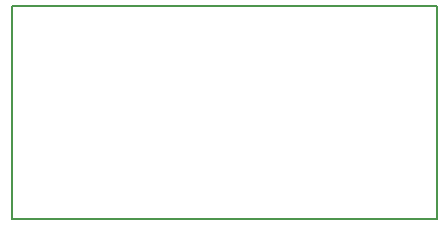
<source format=gm1>
G04 #@! TF.FileFunction,Profile,NP*
%FSLAX46Y46*%
G04 Gerber Fmt 4.6, Leading zero omitted, Abs format (unit mm)*
G04 Created by KiCad (PCBNEW 4.1.0-alpha+201607140318+6977~46~ubuntu16.04.1-product) date Thu Jul 14 14:59:25 2016*
%MOMM*%
%LPD*%
G01*
G04 APERTURE LIST*
%ADD10C,0.100000*%
%ADD11C,0.150000*%
G04 APERTURE END LIST*
D10*
D11*
X235000000Y-19000000D02*
X199000000Y-19000000D01*
X235000000Y-37000000D02*
X199000000Y-37000000D01*
X235000000Y-37000000D02*
X235000000Y-19000000D01*
X199000000Y-19000000D02*
X199000000Y-37000000D01*
M02*

</source>
